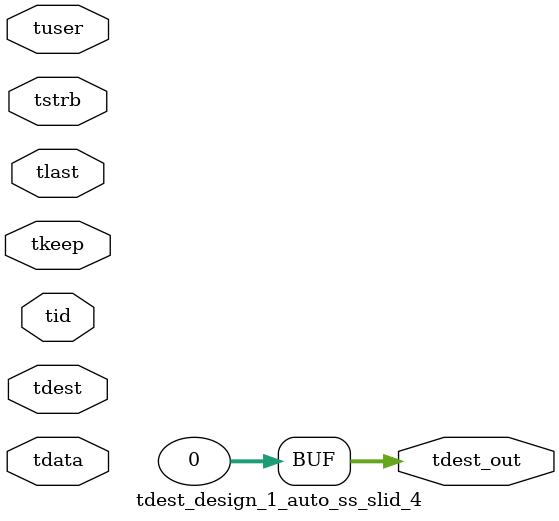
<source format=v>


`timescale 1ps/1ps

module tdest_design_1_auto_ss_slid_4 #
(
parameter C_S_AXIS_TDATA_WIDTH = 32,
parameter C_S_AXIS_TUSER_WIDTH = 0,
parameter C_S_AXIS_TID_WIDTH   = 0,
parameter C_S_AXIS_TDEST_WIDTH = 0,
parameter C_M_AXIS_TDEST_WIDTH = 32
)
(
input  [(C_S_AXIS_TDATA_WIDTH == 0 ? 1 : C_S_AXIS_TDATA_WIDTH)-1:0     ] tdata,
input  [(C_S_AXIS_TUSER_WIDTH == 0 ? 1 : C_S_AXIS_TUSER_WIDTH)-1:0     ] tuser,
input  [(C_S_AXIS_TID_WIDTH   == 0 ? 1 : C_S_AXIS_TID_WIDTH)-1:0       ] tid,
input  [(C_S_AXIS_TDEST_WIDTH == 0 ? 1 : C_S_AXIS_TDEST_WIDTH)-1:0     ] tdest,
input  [(C_S_AXIS_TDATA_WIDTH/8)-1:0 ] tkeep,
input  [(C_S_AXIS_TDATA_WIDTH/8)-1:0 ] tstrb,
input                                                                    tlast,
output [C_M_AXIS_TDEST_WIDTH-1:0] tdest_out
);

assign tdest_out = {1'b0};

endmodule


</source>
